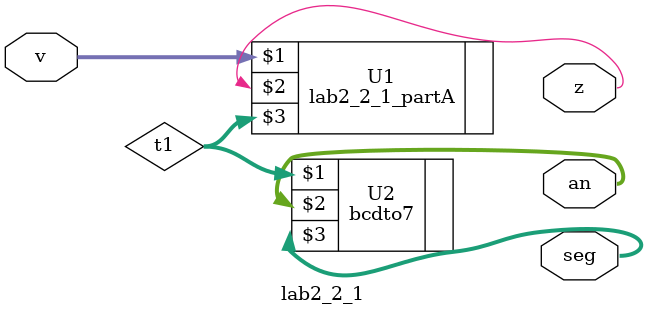
<source format=v>
`timescale 1ns / 1ps


module lab2_2_1(
    input [3:0]v,
    output [7:0]an,
    output [6:0] seg,
    output z
    );
    wire [3:0] t1;
    lab2_2_1_partA U1(v,z,t1);
    bcdto7 U2 (t1,an,seg);
    
endmodule

</source>
